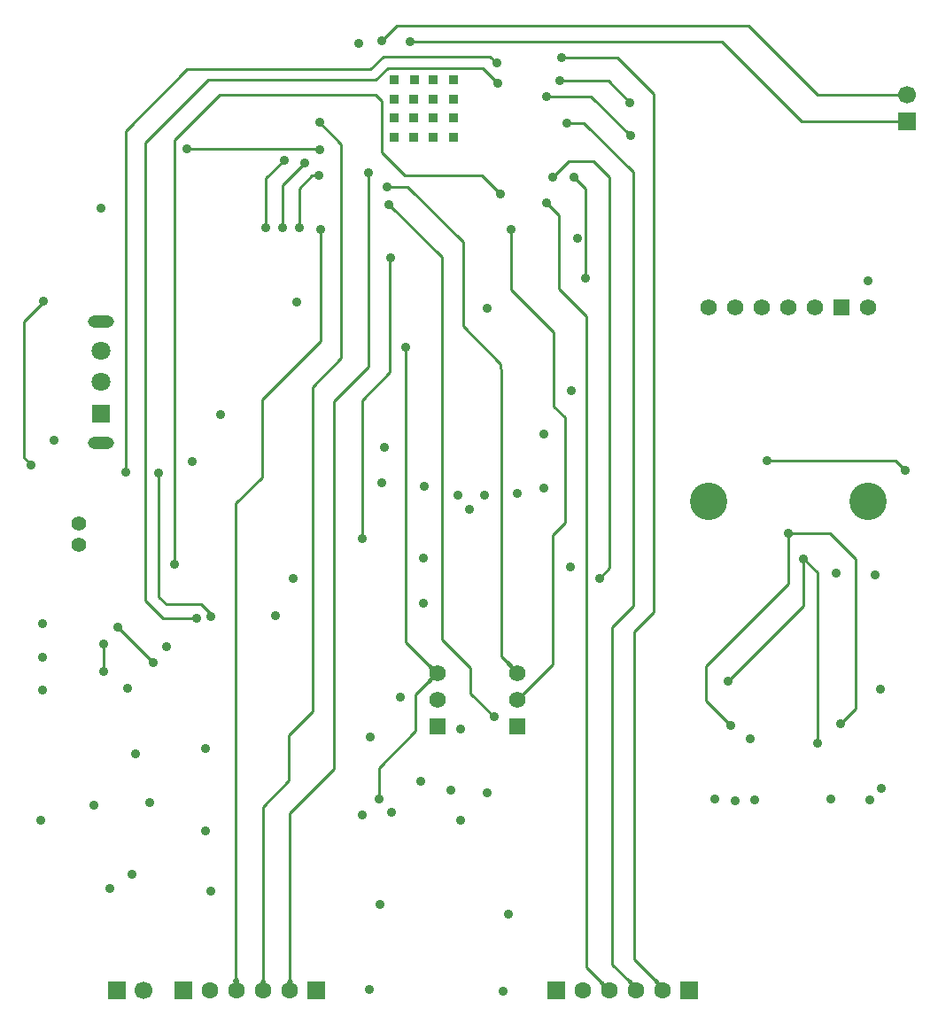
<source format=gbr>
%TF.GenerationSoftware,KiCad,Pcbnew,9.0.1*%
%TF.CreationDate,2025-06-17T11:03:32+02:00*%
%TF.ProjectId,MY-ESP32,4d592d45-5350-4333-922e-6b696361645f,1*%
%TF.SameCoordinates,Original*%
%TF.FileFunction,Copper,L4,Bot*%
%TF.FilePolarity,Positive*%
%FSLAX46Y46*%
G04 Gerber Fmt 4.6, Leading zero omitted, Abs format (unit mm)*
G04 Created by KiCad (PCBNEW 9.0.1) date 2025-06-17 11:03:32*
%MOMM*%
%LPD*%
G01*
G04 APERTURE LIST*
%TA.AperFunction,ComponentPad*%
%ADD10R,1.700000X1.700000*%
%TD*%
%TA.AperFunction,ComponentPad*%
%ADD11C,1.700000*%
%TD*%
%TA.AperFunction,ComponentPad*%
%ADD12R,1.800000X1.800000*%
%TD*%
%TA.AperFunction,ComponentPad*%
%ADD13C,1.600000*%
%TD*%
%TA.AperFunction,ComponentPad*%
%ADD14R,0.900000X0.900000*%
%TD*%
%TA.AperFunction,ComponentPad*%
%ADD15C,1.400000*%
%TD*%
%TA.AperFunction,ComponentPad*%
%ADD16R,1.575000X1.575000*%
%TD*%
%TA.AperFunction,ComponentPad*%
%ADD17C,1.575000*%
%TD*%
%TA.AperFunction,ComponentPad*%
%ADD18C,1.800000*%
%TD*%
%TA.AperFunction,ComponentPad*%
%ADD19O,2.500000X1.200000*%
%TD*%
%TA.AperFunction,ComponentPad*%
%ADD20C,3.575000*%
%TD*%
%TA.AperFunction,ViaPad*%
%ADD21C,0.900000*%
%TD*%
%TA.AperFunction,Conductor*%
%ADD22C,0.254000*%
%TD*%
%TA.AperFunction,Conductor*%
%ADD23C,0.250000*%
%TD*%
%TA.AperFunction,Conductor*%
%ADD24C,0.200000*%
%TD*%
G04 APERTURE END LIST*
D10*
%TO.P,H6,1,1*%
%TO.N,SENSOR_VN*%
X180898800Y-50774600D03*
D11*
%TO.P,H6,2,2*%
%TO.N,SENSOR_VP*%
X180898800Y-48234600D03*
%TD*%
D10*
%TO.P,H5,1,1*%
%TO.N,GND*%
X105333800Y-133835800D03*
D11*
%TO.P,H5,2,2*%
%TO.N,EXT_5V*%
X107873800Y-133835800D03*
%TD*%
D12*
%TO.P,H4,1,1*%
%TO.N,GND*%
X147320000Y-133835800D03*
D13*
%TO.P,H4,2,2*%
%TO.N,+3V3*%
X149860000Y-133835800D03*
%TO.P,H4,3,3*%
%TO.N,IO0*%
X152400000Y-133835800D03*
%TO.P,H4,4,4*%
%TO.N,D19*%
X154940000Y-133835800D03*
%TO.P,H4,5,5*%
%TO.N,D23*%
X157480000Y-133835800D03*
D12*
%TO.P,H4,6,6*%
%TO.N,GND*%
X160020000Y-133835800D03*
%TD*%
D14*
%TO.P,U6,39,GND*%
%TO.N,GND*%
X131854600Y-50475800D03*
X131874600Y-46780200D03*
X131874600Y-52305800D03*
X131875200Y-48633400D03*
X133764600Y-48635800D03*
X133764600Y-50475800D03*
X133764600Y-52335800D03*
X133779000Y-46781200D03*
X135594600Y-46795800D03*
X135604600Y-48645800D03*
X135604600Y-50475800D03*
X135604600Y-52345800D03*
X137494600Y-46780200D03*
X137504600Y-48633400D03*
X137512800Y-50462200D03*
X137514600Y-52335800D03*
%TD*%
D15*
%TO.P,U2,1,1*%
%TO.N,/Battery_Voltage_Monitor_with_MOSFETS/V_Batt_Monitor_INPUT*%
X101734600Y-89225800D03*
%TO.P,U2,2,2*%
%TO.N,GND*%
X101734600Y-91225800D03*
%TD*%
D16*
%TO.P,H1,1,1*%
%TO.N,D12*%
X143592800Y-108639000D03*
D17*
%TO.P,H1,2,2*%
%TO.N,D15*%
X143592800Y-106099000D03*
%TO.P,H1,3,3*%
%TO.N,D14*%
X143592800Y-103559000D03*
%TD*%
D12*
%TO.P,SW3,1,1*%
%TO.N,VBAT*%
X103874600Y-78705800D03*
D18*
%TO.P,SW3,2,2*%
%TO.N,Net-(D2-C)*%
X103874600Y-75705800D03*
%TO.P,SW3,3,3*%
%TO.N,unconnected-(SW3-Pad3)*%
X103874600Y-72705800D03*
D19*
%TO.P,SW3,4,4*%
%TO.N,GND*%
X103874600Y-69905800D03*
%TO.P,SW3,5,5*%
X103874600Y-81505800D03*
%TD*%
D20*
%TO.P,U4,*%
%TO.N,*%
X177140200Y-87079300D03*
X161906200Y-87079300D03*
D17*
%TO.P,U4,1,VCC*%
%TO.N,+3V3*%
X177146200Y-68561800D03*
D16*
%TO.P,U4,2,GND*%
%TO.N,GND*%
X174606200Y-68560800D03*
D17*
%TO.P,U4,3,SCL*%
%TO.N,D22*%
X172066200Y-68559800D03*
%TO.P,U4,4,SDA*%
%TO.N,D21*%
X169526200Y-68558800D03*
%TO.P,U4,5,INT*%
%TO.N,unconnected-(U4-INT-Pad5)*%
X166986200Y-68557800D03*
%TO.P,U4,6,RST*%
%TO.N,unconnected-(U4-RST-Pad6)*%
X164446200Y-68556800D03*
%TO.P,U4,7,32K*%
%TO.N,unconnected-(U4-32K-Pad7)*%
X161906200Y-68555800D03*
%TD*%
D16*
%TO.P,H2,1,1*%
%TO.N,GND*%
X135972800Y-108639000D03*
D17*
%TO.P,H2,2,2*%
%TO.N,3V3_ON_OFF*%
X135972800Y-106099000D03*
%TO.P,H2,3,3*%
%TO.N,D2*%
X135972800Y-103559000D03*
%TD*%
D12*
%TO.P,H3,1,1*%
%TO.N,GND*%
X111683800Y-133835800D03*
D13*
%TO.P,H3,2,2*%
%TO.N,3V3_ON_OFF*%
X114223800Y-133835800D03*
%TO.P,H3,3,3*%
%TO.N,D13*%
X116763800Y-133835800D03*
%TO.P,H3,4,4*%
%TO.N,D32*%
X119303800Y-133835800D03*
%TO.P,H3,5,5*%
%TO.N,D35*%
X121843800Y-133835800D03*
D12*
%TO.P,H3,6,6*%
%TO.N,GND*%
X124383800Y-133835800D03*
%TD*%
D21*
%TO.N,GND*%
X108456200Y-115903400D03*
X98228400Y-102035000D03*
X103816400Y-59085000D03*
X173590200Y-115573200D03*
X98279200Y-105133800D03*
X122206000Y-94491200D03*
X148774400Y-76562800D03*
X142294400Y-133954500D03*
X129466500Y-133775800D03*
X110090200Y-100982550D03*
X130483400Y-125648700D03*
X103181400Y-116157400D03*
X148710900Y-93360900D03*
X178308000Y-105029000D03*
X98253800Y-98783800D03*
X134764600Y-85675800D03*
X143618200Y-86337800D03*
X142751600Y-126537700D03*
X177825400Y-94157800D03*
X139026600Y-87840800D03*
X130704600Y-85365800D03*
X106414600Y-104945800D03*
X104662400Y-124107600D03*
X177342800Y-115646200D03*
X112528600Y-83289800D03*
X129546600Y-109629600D03*
X162515800Y-115598600D03*
X178460400Y-114528600D03*
X166300400Y-115624000D03*
X146209000Y-85880600D03*
X137265200Y-114709600D03*
X164497000Y-115751000D03*
X134626600Y-96878800D03*
X149358600Y-61953800D03*
%TO.N,IO0*%
X146412200Y-58550200D03*
X142018000Y-57712000D03*
X110826800Y-93119600D03*
%TO.N,ENA*%
X98311200Y-67973600D03*
X97187000Y-83670800D03*
%TO.N,+3V3*%
X113798600Y-118570400D03*
X134677400Y-92535400D03*
X120555000Y-97996400D03*
X140468600Y-86545000D03*
X140758800Y-68674000D03*
X113790200Y-110696400D03*
X128479800Y-43314200D03*
X122536200Y-68049800D03*
X146209000Y-80699000D03*
X165868600Y-109782000D03*
X177146200Y-66017800D03*
X174080400Y-93940000D03*
X107143800Y-111229800D03*
%TO.N,D15*%
X143024600Y-61105800D03*
%TO.N,D2*%
X132924800Y-72367800D03*
X130444600Y-115598600D03*
%TO.N,D14*%
X131165600Y-57023000D03*
%TO.N,/Battery_Voltage_Monitor_with_MOSFETS/V_Batt_Monitor_INPUT*%
X99320600Y-81308600D03*
%TO.N,EXT_5V*%
X114375000Y-124387000D03*
X115287525Y-78794000D03*
X98054900Y-117630600D03*
X106788200Y-122786800D03*
%TO.N,D12*%
X141408400Y-107699200D03*
X131395900Y-58748500D03*
%TO.N,D13*%
X124796800Y-61090200D03*
%TO.N,D4*%
X147047200Y-56111800D03*
X151466800Y-94465800D03*
%TO.N,D26*%
X123349000Y-54735800D03*
X121164600Y-60937800D03*
%TO.N,D27*%
X122804600Y-60912400D03*
X124695200Y-55975800D03*
%TO.N,D22*%
X147707600Y-46891600D03*
X163760400Y-104321000D03*
X172313600Y-110210600D03*
X154413200Y-48974400D03*
X170999400Y-92586200D03*
%TO.N,D23*%
X147834600Y-44732600D03*
%TO.N,D21*%
X164014400Y-108512000D03*
X169526200Y-90198600D03*
X146437600Y-48395800D03*
X154438600Y-52174800D03*
X174530000Y-108385000D03*
%TO.N,D5*%
X167468800Y-83213600D03*
X150120600Y-65814600D03*
X180740300Y-84191500D03*
X149028400Y-56111800D03*
%TO.N,D19*%
X148393400Y-50945800D03*
%TO.N,D18*%
X128810000Y-90681200D03*
X131502400Y-63833400D03*
%TO.N,D33*%
X119589800Y-60937800D03*
X121333300Y-54477100D03*
%TO.N,D35*%
X129444600Y-55705400D03*
%TO.N,D32*%
X124720600Y-50904800D03*
%TO.N,DN*%
X104121200Y-100710850D03*
X104121200Y-103377850D03*
%TO.N,/micro_SD-CARD_enable/3V3_Input_to_micro_SD-CARD*%
X134395000Y-113863100D03*
X138230400Y-117579800D03*
X128829600Y-117071800D03*
X131626400Y-116834900D03*
X138220700Y-108880300D03*
X140774600Y-114938200D03*
%TO.N,D25*%
X112050600Y-53427800D03*
X124746000Y-53474200D03*
%TO.N,D-*%
X105451149Y-99101050D03*
X108871000Y-102503850D03*
%TO.N,TXD0*%
X109379000Y-84407400D03*
X114306600Y-98087600D03*
X106204000Y-84356600D03*
X141647800Y-45204400D03*
%TO.N,RXD0*%
X113011200Y-98300950D03*
X141789600Y-47124200D03*
%TO.N,/Buck-Boost3.3V/Buck-Boost_INPUT*%
X130905700Y-81985700D03*
X137921567Y-86533967D03*
%TO.N,3V3_ON_OFF*%
X132467600Y-105819600D03*
%TO.N,SENSOR_VN*%
X133356600Y-43208600D03*
%TO.N,SENSOR_VP*%
X130689600Y-43056200D03*
%TD*%
D22*
%TO.N,IO0*%
X130715000Y-53775000D02*
X132899400Y-55959400D01*
X151765000Y-133200800D02*
X151765000Y-133302400D01*
D23*
X150222200Y-69396000D02*
X150222200Y-131658000D01*
D22*
X151523700Y-132959500D02*
X151625300Y-133061100D01*
D23*
X147631400Y-59769400D02*
X147631400Y-66805200D01*
D22*
X110826800Y-52581200D02*
X115170200Y-48237800D01*
X151523700Y-132959500D02*
X151765000Y-133200800D01*
X151765000Y-133302400D02*
X151587200Y-133124600D01*
X151587200Y-133124600D02*
X151587200Y-133099200D01*
X130105400Y-48237800D02*
X130715000Y-48847400D01*
D23*
X150222200Y-131658000D02*
X151523700Y-132959500D01*
D22*
X151726900Y-133061100D02*
X151866600Y-133200800D01*
X132899400Y-55959400D02*
X140265400Y-55959400D01*
X140265400Y-55959400D02*
X142005300Y-57699300D01*
X130715000Y-48847400D02*
X130715000Y-53775000D01*
X110826800Y-93119600D02*
X110826800Y-52581200D01*
X115170200Y-48237800D02*
X130105400Y-48237800D01*
X151625300Y-133061100D02*
X151815800Y-133251600D01*
D23*
X146412200Y-58550200D02*
X147631400Y-59769400D01*
D22*
X151625300Y-133061100D02*
X151726900Y-133061100D01*
D23*
X147631400Y-66805200D02*
X150222200Y-69396000D01*
D22*
%TO.N,ENA*%
X96450400Y-69883600D02*
X98304600Y-68029400D01*
X97187000Y-83645400D02*
X96450400Y-82908800D01*
X96450400Y-82908800D02*
X96450400Y-69883600D01*
X97187000Y-83670800D02*
X97187000Y-83645400D01*
%TO.N,D15*%
X146996400Y-90351000D02*
X146996400Y-102695400D01*
X147098000Y-70970800D02*
X147098000Y-78032000D01*
X145892800Y-103799000D02*
X145892800Y-103825800D01*
X148164800Y-79098800D02*
X148164800Y-89182600D01*
X146996400Y-102695400D02*
X145892800Y-103799000D01*
X143024600Y-61105800D02*
X143024600Y-66897400D01*
X147098000Y-78032000D02*
X148164800Y-79098800D01*
X143024600Y-66897400D02*
X147098000Y-70970800D01*
X148164800Y-89182600D02*
X146996400Y-90351000D01*
X143034600Y-61095800D02*
X143024600Y-61105800D01*
X145892800Y-103825800D02*
X144182800Y-105535800D01*
%TO.N,D2*%
X132924800Y-100536400D02*
X134982200Y-102593800D01*
X135337800Y-104143200D02*
X135337800Y-104067000D01*
X135121900Y-104359100D02*
X135121900Y-104282900D01*
X130444600Y-115598600D02*
X130444600Y-112557200D01*
X135121900Y-104359100D02*
X135198100Y-104359100D01*
X135121900Y-104359100D02*
X135337800Y-104143200D01*
X133927400Y-109074400D02*
X133927400Y-105553600D01*
X132924800Y-72367800D02*
X132924800Y-100536400D01*
X135121900Y-104282900D02*
X135337800Y-104067000D01*
X135185400Y-102797000D02*
X135185400Y-102873200D01*
X135185400Y-102873200D02*
X135185400Y-102898600D01*
X135198100Y-102809700D02*
X135388600Y-103000200D01*
X135121900Y-104359100D02*
X135363200Y-104117800D01*
X135185400Y-102898600D02*
X135337800Y-103051000D01*
X130444600Y-112557200D02*
X133927400Y-109074400D01*
X135198100Y-104359100D02*
X135414000Y-104143200D01*
X133927400Y-105553600D02*
X135121900Y-104359100D01*
X135299700Y-102809700D02*
X135439400Y-102949400D01*
X135198100Y-102809700D02*
X135299700Y-102809700D01*
X134982200Y-102593800D02*
X135198100Y-102809700D01*
X130444600Y-115570300D02*
X130472900Y-115570300D01*
X134982200Y-102593800D02*
X135185400Y-102797000D01*
%TO.N,D14*%
X142602200Y-102416000D02*
X142767300Y-102581100D01*
X142703800Y-102416000D02*
X142602200Y-102416000D01*
X142576800Y-102441400D02*
X142576800Y-102492200D01*
X142576800Y-102492200D02*
X142602200Y-102517600D01*
X138436600Y-62309400D02*
X138436600Y-70386600D01*
X142602200Y-102517600D02*
X143034000Y-102949400D01*
X131165600Y-57023000D02*
X133150200Y-57023000D01*
X142868900Y-102581100D02*
X143135600Y-102847800D01*
X142145000Y-74526800D02*
X142145000Y-101958800D01*
X142602200Y-102416000D02*
X142576800Y-102441400D01*
X142018000Y-74399800D02*
X142145000Y-74526800D01*
X142767300Y-102581100D02*
X143084800Y-102898600D01*
X142602200Y-102416000D02*
X142602200Y-102517600D01*
X142868900Y-102581100D02*
X142703800Y-102416000D01*
X142018000Y-73968000D02*
X142018000Y-74399800D01*
X142145000Y-101958800D02*
X142602200Y-102416000D01*
X138436600Y-70386600D02*
X142018000Y-73968000D01*
X133150200Y-57023000D02*
X138436600Y-62309400D01*
X142767300Y-102581100D02*
X142868900Y-102581100D01*
%TO.N,D12*%
X136404600Y-63757200D02*
X136404600Y-100282400D01*
X131395900Y-58748500D02*
X136404600Y-63757200D01*
X139173200Y-105464000D02*
X141408400Y-107699200D01*
X139173200Y-103051000D02*
X139173200Y-105464000D01*
X136404600Y-100282400D02*
X139173200Y-103051000D01*
%TO.N,D13*%
X116713000Y-132718200D02*
X116560600Y-132870600D01*
X116713000Y-132921400D02*
X116814600Y-133023000D01*
X116713000Y-132667400D02*
X116713000Y-133023000D01*
X116713000Y-132667400D02*
X116890800Y-132845200D01*
X116713000Y-132667400D02*
X116713000Y-132718200D01*
X116890800Y-132845200D02*
X116890800Y-133023000D01*
D23*
X124796800Y-71809000D02*
X124796800Y-61090200D01*
X119208800Y-77397000D02*
X124796800Y-71809000D01*
X119208800Y-84804000D02*
X119208800Y-77397000D01*
D22*
X116713000Y-132718200D02*
X116713000Y-132921400D01*
D23*
X116713000Y-132667400D02*
X116713000Y-87299800D01*
D22*
X116560600Y-132870600D02*
X116560600Y-133023000D01*
D23*
X116713000Y-87299800D02*
X119208800Y-84804000D01*
D22*
%TO.N,D4*%
X152432000Y-56137200D02*
X150882600Y-54587800D01*
X150882600Y-54587800D02*
X148571200Y-54587800D01*
X151466800Y-94465800D02*
X152432000Y-93500600D01*
X152432000Y-93500600D02*
X152432000Y-56137200D01*
X148571200Y-54587800D02*
X147047200Y-56111800D01*
%TO.N,D26*%
X123349000Y-54735800D02*
X123274600Y-54735800D01*
X123274600Y-54735800D02*
X121164600Y-56845800D01*
X121164600Y-56845800D02*
X121164600Y-60937800D01*
%TO.N,D27*%
X122804600Y-57185800D02*
X124014600Y-55975800D01*
X124014600Y-55975800D02*
X124695200Y-55975800D01*
X124695200Y-55975800D02*
X124724600Y-55975800D01*
X122804600Y-60901400D02*
X122804600Y-57185800D01*
%TO.N,D22*%
X172313600Y-110210600D02*
X172320200Y-110204000D01*
X172320200Y-110204000D02*
X172320200Y-93907000D01*
X170999400Y-97082000D02*
X170999400Y-92586200D01*
X172320200Y-93907000D02*
X170999400Y-92586200D01*
X147707600Y-46891600D02*
X148190200Y-46891600D01*
X163760400Y-104321000D02*
X170999400Y-97082000D01*
X152330400Y-46891600D02*
X147707600Y-46891600D01*
X154413200Y-48974400D02*
X152330400Y-46891600D01*
%TO.N,D23*%
X156743400Y-132870600D02*
X156743400Y-132946800D01*
D23*
X147834600Y-44732600D02*
X153219400Y-44732600D01*
D22*
X156845000Y-132870600D02*
X157073600Y-133099200D01*
X156743400Y-132870600D02*
X157022800Y-133150000D01*
X156743400Y-132946800D02*
X156997400Y-133200800D01*
D23*
X156673800Y-48187000D02*
X156673800Y-97691600D01*
D22*
X156743400Y-132870600D02*
X156845000Y-132870600D01*
D23*
X154794200Y-130921400D02*
X156743400Y-132870600D01*
X154794200Y-99571200D02*
X154794200Y-130921400D01*
X156673800Y-97691600D02*
X154794200Y-99571200D01*
X153219400Y-44732600D02*
X156673800Y-48187000D01*
D22*
%TO.N,D21*%
X170161200Y-90198600D02*
X169907200Y-90198600D01*
X146437600Y-48395800D02*
X146394600Y-48395800D01*
X169526200Y-90198600D02*
X170161200Y-90198600D01*
X150674600Y-48395800D02*
X146437600Y-48395800D01*
X170161200Y-90198600D02*
X173539400Y-90198600D01*
X154438600Y-52174800D02*
X150674600Y-48410800D01*
X169907200Y-90198600D02*
X169526200Y-90579600D01*
X175952400Y-106962600D02*
X174530000Y-108385000D01*
X150674600Y-48410800D02*
X150674600Y-48395800D01*
X175952400Y-92611600D02*
X175952400Y-106962600D01*
X169526200Y-95011729D02*
X169526200Y-90198600D01*
X161677600Y-106178600D02*
X161677600Y-102860329D01*
X161677600Y-102860329D02*
X169526200Y-95011729D01*
X164011000Y-108512000D02*
X161677600Y-106178600D01*
X173539400Y-90198600D02*
X175952400Y-92611600D01*
X164014400Y-108512000D02*
X164011000Y-108512000D01*
%TO.N,D5*%
X150120600Y-62292059D02*
X150136600Y-62276059D01*
X150120600Y-57204000D02*
X149028400Y-56111800D01*
X179762400Y-83213600D02*
X167468800Y-83213600D01*
X150120600Y-65814600D02*
X150120600Y-62292059D01*
X150136600Y-61631541D02*
X150120600Y-61615541D01*
X180740300Y-84191500D02*
X179762400Y-83213600D01*
X150120600Y-61615541D02*
X150120600Y-57204000D01*
X150136600Y-62276059D02*
X150136600Y-61631541D01*
%TO.N,D19*%
X154381200Y-132946800D02*
X154533600Y-133099200D01*
X154279600Y-132946800D02*
X154381200Y-132946800D01*
X154279600Y-132946800D02*
X154279600Y-133048400D01*
X154279600Y-133048400D02*
X154432000Y-133200800D01*
D23*
X154692600Y-55633800D02*
X154692600Y-97132800D01*
X154692600Y-97132800D02*
X152711400Y-99114000D01*
D22*
X148342600Y-50945800D02*
X148393400Y-50945800D01*
D23*
X148393400Y-50945800D02*
X150004600Y-50945800D01*
D22*
X154279600Y-132946800D02*
X154482800Y-133150000D01*
D23*
X150004600Y-50945800D02*
X154692600Y-55633800D01*
X152711400Y-99114000D02*
X152711400Y-131378600D01*
X152711400Y-131378600D02*
X154279600Y-132946800D01*
D22*
%TO.N,D18*%
X128810000Y-77422400D02*
X128810000Y-90681200D01*
X131477000Y-74755400D02*
X128810000Y-77422400D01*
X131502400Y-63833400D02*
X131477000Y-63858800D01*
X131477000Y-63858800D02*
X131477000Y-74755400D01*
%TO.N,D33*%
X119589800Y-56220600D02*
X119589800Y-60937800D01*
X121333300Y-54477100D02*
X119589800Y-56220600D01*
D23*
%TO.N,D35*%
X121843800Y-132540400D02*
X121843800Y-116926000D01*
D22*
X121843800Y-132540400D02*
X121843800Y-132896000D01*
X121843800Y-132819800D02*
X121666000Y-132997600D01*
X121843800Y-132540400D02*
X121843800Y-132819800D01*
D23*
X121843800Y-116926000D02*
X126117600Y-112652200D01*
D22*
X121843800Y-132896000D02*
X121742200Y-132997600D01*
X121843800Y-132540400D02*
X121843800Y-132997600D01*
D23*
X129444600Y-74247800D02*
X129444600Y-55705400D01*
X126117600Y-112652200D02*
X126117600Y-77574800D01*
D22*
X121843800Y-132819800D02*
X122021600Y-132997600D01*
D23*
X126117600Y-77574800D02*
X129444600Y-74247800D01*
D22*
X121843800Y-132896000D02*
X121945400Y-132997600D01*
%TO.N,D32*%
X119303800Y-132845200D02*
X119456200Y-132997600D01*
X124720600Y-50904800D02*
X126803400Y-52987600D01*
X119303800Y-132489600D02*
X119303800Y-132896000D01*
X119303800Y-132489600D02*
X119303800Y-132870600D01*
X119303800Y-132921400D02*
X119380000Y-132997600D01*
X119303800Y-132921400D02*
X119227600Y-132997600D01*
X119303800Y-132692800D02*
X119303800Y-132997600D01*
X124060200Y-107165800D02*
X121799600Y-109426400D01*
X121799600Y-109426400D02*
X121799600Y-113795200D01*
D23*
X119303800Y-132489600D02*
X119303800Y-116291000D01*
D22*
X126803400Y-52987600D02*
X126803400Y-73409200D01*
X119303800Y-132870600D02*
X119176800Y-132997600D01*
X119303800Y-132692800D02*
X119303800Y-132921400D01*
D23*
X119303800Y-116291000D02*
X121799600Y-113795200D01*
D22*
X119303800Y-132896000D02*
X119405400Y-132997600D01*
X119303800Y-132692800D02*
X119303800Y-132845200D01*
X124060200Y-76152400D02*
X124060200Y-107165800D01*
X119303800Y-132489600D02*
X119303800Y-132692800D01*
X126803400Y-73409200D02*
X124060200Y-76152400D01*
%TO.N,DN*%
X104121200Y-100710850D02*
X104121200Y-103377850D01*
%TO.N,D25*%
X124699600Y-53427800D02*
X112143400Y-53427800D01*
X124746000Y-53474200D02*
X124699600Y-53427800D01*
X112143400Y-53427800D02*
X112097000Y-53474200D01*
%TO.N,D-*%
X105451149Y-99119799D02*
X105451149Y-99101050D01*
X108820200Y-102488850D02*
X105451149Y-99119799D01*
%TO.N,TXD0*%
X110104550Y-96943950D02*
X109379000Y-96218400D01*
X109379000Y-96218400D02*
X109379000Y-84407400D01*
X141049000Y-44605600D02*
X130816600Y-44605600D01*
X141647800Y-45204400D02*
X141049000Y-44605600D01*
X109379000Y-84407400D02*
X109353600Y-84382000D01*
X112071600Y-45828800D02*
X106204000Y-51696400D01*
X129593400Y-45828800D02*
X112071600Y-45828800D01*
X114306600Y-97883750D02*
X113366800Y-96943950D01*
X130816600Y-44605600D02*
X129593400Y-45828800D01*
X113366800Y-96943950D02*
X110104550Y-96943950D01*
X106204000Y-51696400D02*
X106204000Y-84356600D01*
X106204000Y-84382000D02*
X106204000Y-84356600D01*
X114306600Y-98087600D02*
X114306600Y-97883750D01*
%TO.N,RXD0*%
X114046800Y-46850800D02*
X108032800Y-52864800D01*
X109723550Y-98315550D02*
X112996600Y-98315550D01*
X141789600Y-47124200D02*
X140363200Y-45697800D01*
X131273800Y-45697800D02*
X130120800Y-46850800D01*
X130120800Y-46850800D02*
X114046800Y-46850800D01*
X108032800Y-96624800D02*
X109723550Y-98315550D01*
X108032800Y-52864800D02*
X108032800Y-96624800D01*
X140363200Y-45697800D02*
X131273800Y-45697800D01*
X112996600Y-98315550D02*
X113011200Y-98300950D01*
D24*
%TO.N,SENSOR_VN*%
X180035200Y-50800000D02*
X180086000Y-50850800D01*
D22*
X180009800Y-50800000D02*
X180086000Y-50723800D01*
X170789600Y-50800000D02*
X180009800Y-50800000D01*
X163198200Y-43208600D02*
X170789600Y-50800000D01*
X133356600Y-43208600D02*
X163198200Y-43208600D01*
%TO.N,SENSOR_VP*%
X172313600Y-48260000D02*
X180035200Y-48260000D01*
D24*
X180060600Y-48260000D02*
X180086000Y-48285400D01*
D22*
X130689600Y-43056200D02*
X132086600Y-41659200D01*
D24*
X180035200Y-48260000D02*
X180086000Y-48209200D01*
D22*
X132086600Y-41659200D02*
X165712800Y-41659200D01*
X165712800Y-41659200D02*
X172313600Y-48260000D01*
%TD*%
M02*

</source>
